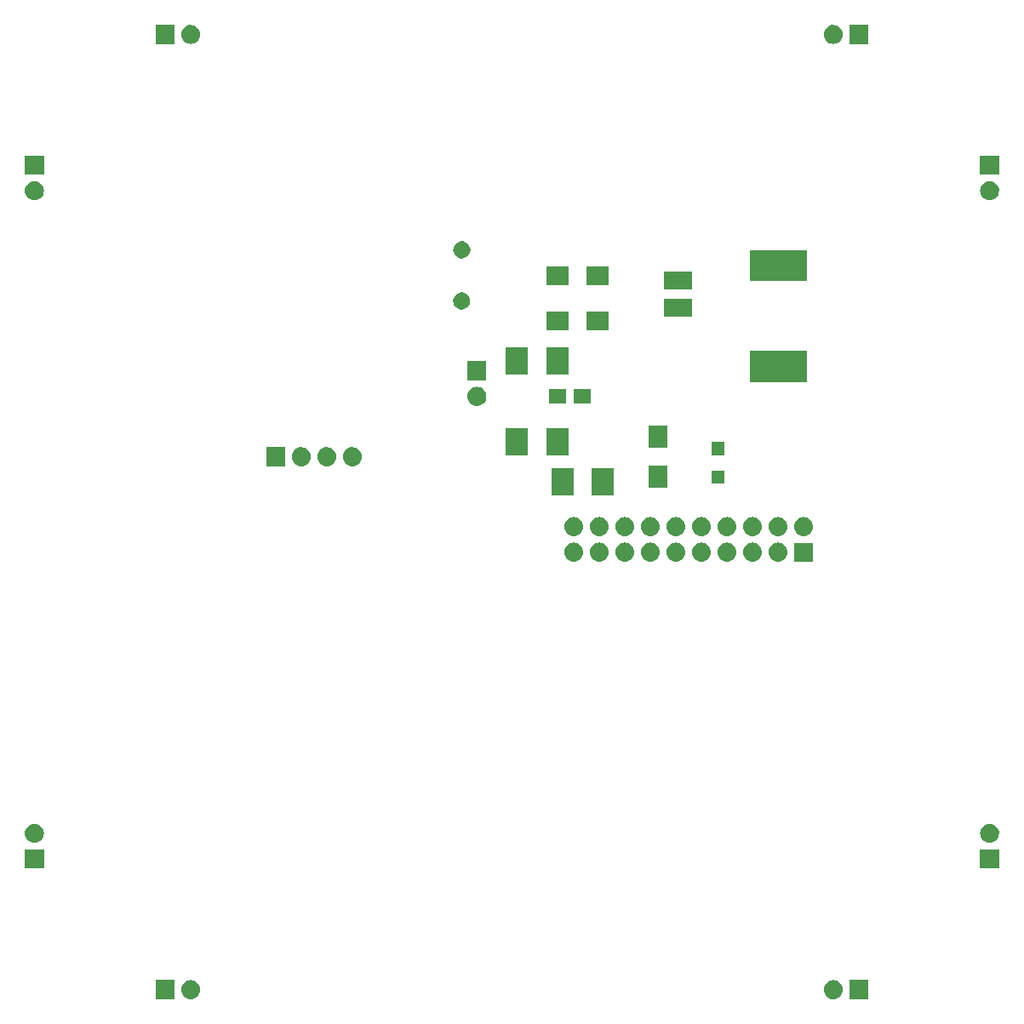
<source format=gbr>
G04 #@! TF.FileFunction,Soldermask,Bot*
%FSLAX45Y45*%
G04 Gerber Fmt 4.5, Leading zero omitted, Abs format (unit mm)*
G04 Created by KiCad (PCBNEW 4.0.1-stable) date 2017/05/05 18:15:20*
%MOMM*%
G01*
G04 APERTURE LIST*
%ADD10C,0.100000*%
G04 APERTURE END LIST*
D10*
G36*
X2795000Y-10995000D02*
X2605000Y-10995000D01*
X2605000Y-10805000D01*
X2795000Y-10805000D01*
X2795000Y-10995000D01*
X2795000Y-10995000D01*
G37*
G36*
X9347584Y-10805008D02*
X9347585Y-10805008D01*
X9347786Y-10805009D01*
X9366211Y-10807076D01*
X9383884Y-10812682D01*
X9400132Y-10821614D01*
X9414335Y-10833532D01*
X9425952Y-10847982D01*
X9434542Y-10864412D01*
X9439777Y-10882199D01*
X9439777Y-10882202D01*
X9439778Y-10882204D01*
X9441458Y-10900663D01*
X9439520Y-10919098D01*
X9439520Y-10919099D01*
X9439519Y-10919102D01*
X9434037Y-10936814D01*
X9425218Y-10953123D01*
X9413400Y-10967409D01*
X9399032Y-10979128D01*
X9382661Y-10987832D01*
X9364912Y-10993191D01*
X9346460Y-10995000D01*
X9345536Y-10995000D01*
X9344416Y-10994992D01*
X9344415Y-10994992D01*
X9344214Y-10994991D01*
X9325789Y-10992924D01*
X9308116Y-10987318D01*
X9291868Y-10978386D01*
X9277665Y-10966468D01*
X9266048Y-10952019D01*
X9257458Y-10935588D01*
X9252223Y-10917801D01*
X9252223Y-10917798D01*
X9252222Y-10917797D01*
X9250542Y-10899337D01*
X9252480Y-10880902D01*
X9252480Y-10880901D01*
X9252481Y-10880898D01*
X9257963Y-10863186D01*
X9266782Y-10846877D01*
X9278600Y-10832591D01*
X9292968Y-10820873D01*
X9309339Y-10812168D01*
X9327088Y-10806809D01*
X9345540Y-10805000D01*
X9346464Y-10805000D01*
X9347584Y-10805008D01*
X9347584Y-10805008D01*
G37*
G36*
X9695000Y-10995000D02*
X9505000Y-10995000D01*
X9505000Y-10805000D01*
X9695000Y-10805000D01*
X9695000Y-10995000D01*
X9695000Y-10995000D01*
G37*
G36*
X2955584Y-10805008D02*
X2955585Y-10805008D01*
X2955786Y-10805009D01*
X2974211Y-10807076D01*
X2991884Y-10812682D01*
X3008132Y-10821614D01*
X3022335Y-10833532D01*
X3033952Y-10847982D01*
X3042542Y-10864412D01*
X3047777Y-10882199D01*
X3047777Y-10882202D01*
X3047778Y-10882204D01*
X3049458Y-10900663D01*
X3047520Y-10919098D01*
X3047520Y-10919099D01*
X3047519Y-10919102D01*
X3042037Y-10936814D01*
X3033218Y-10953123D01*
X3021400Y-10967409D01*
X3007032Y-10979128D01*
X2990661Y-10987832D01*
X2972912Y-10993191D01*
X2954460Y-10995000D01*
X2953536Y-10995000D01*
X2952416Y-10994992D01*
X2952415Y-10994992D01*
X2952214Y-10994991D01*
X2933789Y-10992924D01*
X2916116Y-10987318D01*
X2899868Y-10978386D01*
X2885665Y-10966468D01*
X2874048Y-10952019D01*
X2865458Y-10935588D01*
X2860223Y-10917801D01*
X2860223Y-10917798D01*
X2860222Y-10917797D01*
X2858542Y-10899337D01*
X2860480Y-10880902D01*
X2860480Y-10880901D01*
X2860481Y-10880898D01*
X2865963Y-10863186D01*
X2874782Y-10846877D01*
X2886600Y-10832591D01*
X2900968Y-10820873D01*
X2917339Y-10812168D01*
X2935088Y-10806809D01*
X2953540Y-10805000D01*
X2954464Y-10805000D01*
X2955584Y-10805008D01*
X2955584Y-10805008D01*
G37*
G36*
X1495000Y-9695000D02*
X1305000Y-9695000D01*
X1305000Y-9505000D01*
X1495000Y-9505000D01*
X1495000Y-9695000D01*
X1495000Y-9695000D01*
G37*
G36*
X10995000Y-9695000D02*
X10805000Y-9695000D01*
X10805000Y-9505000D01*
X10995000Y-9505000D01*
X10995000Y-9695000D01*
X10995000Y-9695000D01*
G37*
G36*
X10919098Y-9252480D02*
X10919099Y-9252480D01*
X10919102Y-9252481D01*
X10936814Y-9257963D01*
X10953123Y-9266782D01*
X10967409Y-9278600D01*
X10979128Y-9292968D01*
X10987832Y-9309339D01*
X10993191Y-9327088D01*
X10995000Y-9345540D01*
X10995000Y-9346464D01*
X10994992Y-9347584D01*
X10994992Y-9347585D01*
X10994991Y-9347786D01*
X10992924Y-9366211D01*
X10987318Y-9383884D01*
X10978386Y-9400132D01*
X10966468Y-9414335D01*
X10952019Y-9425952D01*
X10935588Y-9434542D01*
X10917801Y-9439777D01*
X10917798Y-9439777D01*
X10917797Y-9439778D01*
X10899337Y-9441458D01*
X10880902Y-9439520D01*
X10880901Y-9439520D01*
X10880898Y-9439519D01*
X10863186Y-9434037D01*
X10846877Y-9425218D01*
X10832591Y-9413400D01*
X10820873Y-9399032D01*
X10812168Y-9382661D01*
X10806809Y-9364912D01*
X10805000Y-9346460D01*
X10805000Y-9345536D01*
X10805008Y-9344416D01*
X10805008Y-9344415D01*
X10805009Y-9344214D01*
X10807076Y-9325789D01*
X10812682Y-9308116D01*
X10821614Y-9291868D01*
X10833532Y-9277665D01*
X10847982Y-9266048D01*
X10864412Y-9257458D01*
X10882199Y-9252223D01*
X10882202Y-9252223D01*
X10882204Y-9252222D01*
X10900663Y-9250542D01*
X10919098Y-9252480D01*
X10919098Y-9252480D01*
G37*
G36*
X1419098Y-9252480D02*
X1419099Y-9252480D01*
X1419102Y-9252481D01*
X1436814Y-9257963D01*
X1453123Y-9266782D01*
X1467409Y-9278600D01*
X1479127Y-9292968D01*
X1487832Y-9309339D01*
X1493191Y-9327088D01*
X1495000Y-9345540D01*
X1495000Y-9346464D01*
X1494992Y-9347584D01*
X1494992Y-9347585D01*
X1494991Y-9347786D01*
X1492924Y-9366211D01*
X1487318Y-9383884D01*
X1478386Y-9400132D01*
X1466468Y-9414335D01*
X1452018Y-9425952D01*
X1435588Y-9434542D01*
X1417801Y-9439777D01*
X1417798Y-9439777D01*
X1417796Y-9439778D01*
X1399337Y-9441458D01*
X1380902Y-9439520D01*
X1380901Y-9439520D01*
X1380898Y-9439519D01*
X1363186Y-9434037D01*
X1346877Y-9425218D01*
X1332591Y-9413400D01*
X1320873Y-9399032D01*
X1312168Y-9382661D01*
X1306809Y-9364912D01*
X1305000Y-9346460D01*
X1305000Y-9345536D01*
X1305008Y-9344416D01*
X1305008Y-9344415D01*
X1305009Y-9344214D01*
X1307076Y-9325789D01*
X1312682Y-9308116D01*
X1321614Y-9291868D01*
X1333532Y-9277665D01*
X1347982Y-9266048D01*
X1364412Y-9257458D01*
X1382199Y-9252223D01*
X1382202Y-9252223D01*
X1382204Y-9252222D01*
X1400663Y-9250542D01*
X1419098Y-9252480D01*
X1419098Y-9252480D01*
G37*
G36*
X8307098Y-6456480D02*
X8307099Y-6456480D01*
X8307102Y-6456481D01*
X8324814Y-6461963D01*
X8341123Y-6470782D01*
X8355409Y-6482600D01*
X8367127Y-6496968D01*
X8375832Y-6513339D01*
X8381191Y-6531088D01*
X8383000Y-6549540D01*
X8383000Y-6550464D01*
X8382992Y-6551584D01*
X8382992Y-6551585D01*
X8382991Y-6551786D01*
X8380924Y-6570211D01*
X8375318Y-6587884D01*
X8366386Y-6604132D01*
X8354468Y-6618335D01*
X8340018Y-6629952D01*
X8323588Y-6638542D01*
X8305801Y-6643777D01*
X8305798Y-6643777D01*
X8305796Y-6643778D01*
X8287337Y-6645458D01*
X8268902Y-6643520D01*
X8268901Y-6643520D01*
X8268898Y-6643519D01*
X8251186Y-6638037D01*
X8234877Y-6629218D01*
X8220591Y-6617400D01*
X8208872Y-6603032D01*
X8200168Y-6586661D01*
X8194809Y-6568912D01*
X8193000Y-6550460D01*
X8193000Y-6549536D01*
X8193008Y-6548416D01*
X8193008Y-6548415D01*
X8193009Y-6548214D01*
X8195076Y-6529789D01*
X8200682Y-6512116D01*
X8209614Y-6495868D01*
X8221532Y-6481665D01*
X8235981Y-6470048D01*
X8252412Y-6461458D01*
X8270199Y-6456223D01*
X8270202Y-6456223D01*
X8270203Y-6456222D01*
X8288663Y-6454542D01*
X8307098Y-6456480D01*
X8307098Y-6456480D01*
G37*
G36*
X6783098Y-6456480D02*
X6783099Y-6456480D01*
X6783102Y-6456481D01*
X6800814Y-6461963D01*
X6817123Y-6470782D01*
X6831409Y-6482600D01*
X6843127Y-6496968D01*
X6851832Y-6513339D01*
X6857191Y-6531088D01*
X6859000Y-6549540D01*
X6859000Y-6550464D01*
X6858992Y-6551584D01*
X6858992Y-6551585D01*
X6858991Y-6551786D01*
X6856924Y-6570211D01*
X6851318Y-6587884D01*
X6842386Y-6604132D01*
X6830468Y-6618335D01*
X6816018Y-6629952D01*
X6799588Y-6638542D01*
X6781801Y-6643777D01*
X6781798Y-6643777D01*
X6781796Y-6643778D01*
X6763337Y-6645458D01*
X6744902Y-6643520D01*
X6744901Y-6643520D01*
X6744898Y-6643519D01*
X6727186Y-6638037D01*
X6710877Y-6629218D01*
X6696591Y-6617400D01*
X6684872Y-6603032D01*
X6676168Y-6586661D01*
X6670809Y-6568912D01*
X6669000Y-6550460D01*
X6669000Y-6549536D01*
X6669008Y-6548416D01*
X6669008Y-6548415D01*
X6669009Y-6548214D01*
X6671076Y-6529789D01*
X6676682Y-6512116D01*
X6685614Y-6495868D01*
X6697532Y-6481665D01*
X6711981Y-6470048D01*
X6728412Y-6461458D01*
X6746199Y-6456223D01*
X6746202Y-6456223D01*
X6746203Y-6456222D01*
X6764663Y-6454542D01*
X6783098Y-6456480D01*
X6783098Y-6456480D01*
G37*
G36*
X7037098Y-6456480D02*
X7037099Y-6456480D01*
X7037102Y-6456481D01*
X7054814Y-6461963D01*
X7071123Y-6470782D01*
X7085409Y-6482600D01*
X7097127Y-6496968D01*
X7105832Y-6513339D01*
X7111191Y-6531088D01*
X7113000Y-6549540D01*
X7113000Y-6550464D01*
X7112992Y-6551584D01*
X7112992Y-6551585D01*
X7112991Y-6551786D01*
X7110924Y-6570211D01*
X7105318Y-6587884D01*
X7096386Y-6604132D01*
X7084468Y-6618335D01*
X7070018Y-6629952D01*
X7053588Y-6638542D01*
X7035801Y-6643777D01*
X7035798Y-6643777D01*
X7035796Y-6643778D01*
X7017337Y-6645458D01*
X6998902Y-6643520D01*
X6998901Y-6643520D01*
X6998898Y-6643519D01*
X6981186Y-6638037D01*
X6964877Y-6629218D01*
X6950591Y-6617400D01*
X6938872Y-6603032D01*
X6930168Y-6586661D01*
X6924809Y-6568912D01*
X6923000Y-6550460D01*
X6923000Y-6549536D01*
X6923008Y-6548416D01*
X6923008Y-6548415D01*
X6923009Y-6548214D01*
X6925076Y-6529789D01*
X6930682Y-6512116D01*
X6939614Y-6495868D01*
X6951532Y-6481665D01*
X6965981Y-6470048D01*
X6982412Y-6461458D01*
X7000199Y-6456223D01*
X7000202Y-6456223D01*
X7000203Y-6456222D01*
X7018663Y-6454542D01*
X7037098Y-6456480D01*
X7037098Y-6456480D01*
G37*
G36*
X7291098Y-6456480D02*
X7291099Y-6456480D01*
X7291102Y-6456481D01*
X7308814Y-6461963D01*
X7325123Y-6470782D01*
X7339409Y-6482600D01*
X7351127Y-6496968D01*
X7359832Y-6513339D01*
X7365191Y-6531088D01*
X7367000Y-6549540D01*
X7367000Y-6550464D01*
X7366992Y-6551584D01*
X7366992Y-6551585D01*
X7366991Y-6551786D01*
X7364924Y-6570211D01*
X7359318Y-6587884D01*
X7350386Y-6604132D01*
X7338468Y-6618335D01*
X7324018Y-6629952D01*
X7307588Y-6638542D01*
X7289801Y-6643777D01*
X7289798Y-6643777D01*
X7289796Y-6643778D01*
X7271337Y-6645458D01*
X7252902Y-6643520D01*
X7252901Y-6643520D01*
X7252898Y-6643519D01*
X7235186Y-6638037D01*
X7218877Y-6629218D01*
X7204591Y-6617400D01*
X7192872Y-6603032D01*
X7184168Y-6586661D01*
X7178809Y-6568912D01*
X7177000Y-6550460D01*
X7177000Y-6549536D01*
X7177008Y-6548416D01*
X7177008Y-6548415D01*
X7177009Y-6548214D01*
X7179076Y-6529789D01*
X7184682Y-6512116D01*
X7193614Y-6495868D01*
X7205532Y-6481665D01*
X7219981Y-6470048D01*
X7236412Y-6461458D01*
X7254199Y-6456223D01*
X7254202Y-6456223D01*
X7254203Y-6456222D01*
X7272663Y-6454542D01*
X7291098Y-6456480D01*
X7291098Y-6456480D01*
G37*
G36*
X7545098Y-6456480D02*
X7545099Y-6456480D01*
X7545102Y-6456481D01*
X7562814Y-6461963D01*
X7579123Y-6470782D01*
X7593409Y-6482600D01*
X7605127Y-6496968D01*
X7613832Y-6513339D01*
X7619191Y-6531088D01*
X7621000Y-6549540D01*
X7621000Y-6550464D01*
X7620992Y-6551584D01*
X7620992Y-6551585D01*
X7620991Y-6551786D01*
X7618924Y-6570211D01*
X7613318Y-6587884D01*
X7604386Y-6604132D01*
X7592468Y-6618335D01*
X7578018Y-6629952D01*
X7561588Y-6638542D01*
X7543801Y-6643777D01*
X7543798Y-6643777D01*
X7543796Y-6643778D01*
X7525337Y-6645458D01*
X7506902Y-6643520D01*
X7506901Y-6643520D01*
X7506898Y-6643519D01*
X7489186Y-6638037D01*
X7472877Y-6629218D01*
X7458591Y-6617400D01*
X7446872Y-6603032D01*
X7438168Y-6586661D01*
X7432809Y-6568912D01*
X7431000Y-6550460D01*
X7431000Y-6549536D01*
X7431008Y-6548416D01*
X7431008Y-6548415D01*
X7431009Y-6548214D01*
X7433076Y-6529789D01*
X7438682Y-6512116D01*
X7447614Y-6495868D01*
X7459532Y-6481665D01*
X7473981Y-6470048D01*
X7490412Y-6461458D01*
X7508199Y-6456223D01*
X7508202Y-6456223D01*
X7508203Y-6456222D01*
X7526663Y-6454542D01*
X7545098Y-6456480D01*
X7545098Y-6456480D01*
G37*
G36*
X7799098Y-6456480D02*
X7799099Y-6456480D01*
X7799102Y-6456481D01*
X7816814Y-6461963D01*
X7833123Y-6470782D01*
X7847409Y-6482600D01*
X7859127Y-6496968D01*
X7867832Y-6513339D01*
X7873191Y-6531088D01*
X7875000Y-6549540D01*
X7875000Y-6550464D01*
X7874992Y-6551584D01*
X7874992Y-6551585D01*
X7874991Y-6551786D01*
X7872924Y-6570211D01*
X7867318Y-6587884D01*
X7858386Y-6604132D01*
X7846468Y-6618335D01*
X7832018Y-6629952D01*
X7815588Y-6638542D01*
X7797801Y-6643777D01*
X7797798Y-6643777D01*
X7797796Y-6643778D01*
X7779337Y-6645458D01*
X7760902Y-6643520D01*
X7760901Y-6643520D01*
X7760898Y-6643519D01*
X7743186Y-6638037D01*
X7726877Y-6629218D01*
X7712591Y-6617400D01*
X7700872Y-6603032D01*
X7692168Y-6586661D01*
X7686809Y-6568912D01*
X7685000Y-6550460D01*
X7685000Y-6549536D01*
X7685008Y-6548416D01*
X7685008Y-6548415D01*
X7685009Y-6548214D01*
X7687076Y-6529789D01*
X7692682Y-6512116D01*
X7701614Y-6495868D01*
X7713532Y-6481665D01*
X7727981Y-6470048D01*
X7744412Y-6461458D01*
X7762199Y-6456223D01*
X7762202Y-6456223D01*
X7762203Y-6456222D01*
X7780663Y-6454542D01*
X7799098Y-6456480D01*
X7799098Y-6456480D01*
G37*
G36*
X8053098Y-6456480D02*
X8053099Y-6456480D01*
X8053102Y-6456481D01*
X8070814Y-6461963D01*
X8087123Y-6470782D01*
X8101409Y-6482600D01*
X8113127Y-6496968D01*
X8121832Y-6513339D01*
X8127191Y-6531088D01*
X8129000Y-6549540D01*
X8129000Y-6550464D01*
X8128992Y-6551584D01*
X8128992Y-6551585D01*
X8128991Y-6551786D01*
X8126924Y-6570211D01*
X8121318Y-6587884D01*
X8112386Y-6604132D01*
X8100468Y-6618335D01*
X8086018Y-6629952D01*
X8069588Y-6638542D01*
X8051801Y-6643777D01*
X8051798Y-6643777D01*
X8051796Y-6643778D01*
X8033337Y-6645458D01*
X8014902Y-6643520D01*
X8014901Y-6643520D01*
X8014898Y-6643519D01*
X7997186Y-6638037D01*
X7980877Y-6629218D01*
X7966591Y-6617400D01*
X7954872Y-6603032D01*
X7946168Y-6586661D01*
X7940809Y-6568912D01*
X7939000Y-6550460D01*
X7939000Y-6549536D01*
X7939008Y-6548416D01*
X7939008Y-6548415D01*
X7939009Y-6548214D01*
X7941076Y-6529789D01*
X7946682Y-6512116D01*
X7955614Y-6495868D01*
X7967532Y-6481665D01*
X7981981Y-6470048D01*
X7998412Y-6461458D01*
X8016199Y-6456223D01*
X8016202Y-6456223D01*
X8016203Y-6456222D01*
X8034663Y-6454542D01*
X8053098Y-6456480D01*
X8053098Y-6456480D01*
G37*
G36*
X8561098Y-6456480D02*
X8561099Y-6456480D01*
X8561102Y-6456481D01*
X8578814Y-6461963D01*
X8595123Y-6470782D01*
X8609409Y-6482600D01*
X8621128Y-6496968D01*
X8629832Y-6513339D01*
X8635191Y-6531088D01*
X8637000Y-6549540D01*
X8637000Y-6550464D01*
X8636992Y-6551584D01*
X8636992Y-6551585D01*
X8636991Y-6551786D01*
X8634924Y-6570211D01*
X8629318Y-6587884D01*
X8620386Y-6604132D01*
X8608468Y-6618335D01*
X8594019Y-6629952D01*
X8577588Y-6638542D01*
X8559801Y-6643777D01*
X8559798Y-6643777D01*
X8559797Y-6643778D01*
X8541337Y-6645458D01*
X8522902Y-6643520D01*
X8522901Y-6643520D01*
X8522898Y-6643519D01*
X8505186Y-6638037D01*
X8488877Y-6629218D01*
X8474591Y-6617400D01*
X8462873Y-6603032D01*
X8454168Y-6586661D01*
X8448809Y-6568912D01*
X8447000Y-6550460D01*
X8447000Y-6549536D01*
X8447008Y-6548416D01*
X8447008Y-6548415D01*
X8447009Y-6548214D01*
X8449076Y-6529789D01*
X8454682Y-6512116D01*
X8463614Y-6495868D01*
X8475532Y-6481665D01*
X8489982Y-6470048D01*
X8506412Y-6461458D01*
X8524199Y-6456223D01*
X8524202Y-6456223D01*
X8524204Y-6456222D01*
X8542663Y-6454542D01*
X8561098Y-6456480D01*
X8561098Y-6456480D01*
G37*
G36*
X8815098Y-6456480D02*
X8815099Y-6456480D01*
X8815102Y-6456481D01*
X8832814Y-6461963D01*
X8849123Y-6470782D01*
X8863409Y-6482600D01*
X8875128Y-6496968D01*
X8883832Y-6513339D01*
X8889191Y-6531088D01*
X8891000Y-6549540D01*
X8891000Y-6550464D01*
X8890992Y-6551584D01*
X8890992Y-6551585D01*
X8890991Y-6551786D01*
X8888924Y-6570211D01*
X8883318Y-6587884D01*
X8874386Y-6604132D01*
X8862468Y-6618335D01*
X8848019Y-6629952D01*
X8831588Y-6638542D01*
X8813801Y-6643777D01*
X8813798Y-6643777D01*
X8813797Y-6643778D01*
X8795337Y-6645458D01*
X8776902Y-6643520D01*
X8776901Y-6643520D01*
X8776898Y-6643519D01*
X8759186Y-6638037D01*
X8742877Y-6629218D01*
X8728591Y-6617400D01*
X8716873Y-6603032D01*
X8708168Y-6586661D01*
X8702809Y-6568912D01*
X8701000Y-6550460D01*
X8701000Y-6549536D01*
X8701008Y-6548416D01*
X8701008Y-6548415D01*
X8701009Y-6548214D01*
X8703076Y-6529789D01*
X8708682Y-6512116D01*
X8717614Y-6495868D01*
X8729532Y-6481665D01*
X8743982Y-6470048D01*
X8760412Y-6461458D01*
X8778199Y-6456223D01*
X8778202Y-6456223D01*
X8778204Y-6456222D01*
X8796663Y-6454542D01*
X8815098Y-6456480D01*
X8815098Y-6456480D01*
G37*
G36*
X9145000Y-6645000D02*
X8955000Y-6645000D01*
X8955000Y-6455000D01*
X9145000Y-6455000D01*
X9145000Y-6645000D01*
X9145000Y-6645000D01*
G37*
G36*
X8053098Y-6202480D02*
X8053099Y-6202480D01*
X8053102Y-6202481D01*
X8070814Y-6207963D01*
X8087123Y-6216782D01*
X8101409Y-6228600D01*
X8113127Y-6242968D01*
X8121832Y-6259339D01*
X8127191Y-6277088D01*
X8129000Y-6295540D01*
X8129000Y-6296464D01*
X8128992Y-6297584D01*
X8128992Y-6297585D01*
X8128991Y-6297786D01*
X8126924Y-6316211D01*
X8121318Y-6333884D01*
X8112386Y-6350132D01*
X8100468Y-6364335D01*
X8086018Y-6375952D01*
X8069588Y-6384542D01*
X8051801Y-6389777D01*
X8051798Y-6389777D01*
X8051796Y-6389778D01*
X8033337Y-6391458D01*
X8014902Y-6389520D01*
X8014901Y-6389520D01*
X8014898Y-6389519D01*
X7997186Y-6384037D01*
X7980877Y-6375218D01*
X7966591Y-6363400D01*
X7954872Y-6349032D01*
X7946168Y-6332661D01*
X7940809Y-6314912D01*
X7939000Y-6296460D01*
X7939000Y-6295536D01*
X7939008Y-6294416D01*
X7939008Y-6294415D01*
X7939009Y-6294214D01*
X7941076Y-6275789D01*
X7946682Y-6258116D01*
X7955614Y-6241868D01*
X7967532Y-6227665D01*
X7981981Y-6216048D01*
X7998412Y-6207458D01*
X8016199Y-6202223D01*
X8016202Y-6202223D01*
X8016203Y-6202222D01*
X8034663Y-6200542D01*
X8053098Y-6202480D01*
X8053098Y-6202480D01*
G37*
G36*
X8307098Y-6202480D02*
X8307099Y-6202480D01*
X8307102Y-6202481D01*
X8324814Y-6207963D01*
X8341123Y-6216782D01*
X8355409Y-6228600D01*
X8367127Y-6242968D01*
X8375832Y-6259339D01*
X8381191Y-6277088D01*
X8383000Y-6295540D01*
X8383000Y-6296464D01*
X8382992Y-6297584D01*
X8382992Y-6297585D01*
X8382991Y-6297786D01*
X8380924Y-6316211D01*
X8375318Y-6333884D01*
X8366386Y-6350132D01*
X8354468Y-6364335D01*
X8340018Y-6375952D01*
X8323588Y-6384542D01*
X8305801Y-6389777D01*
X8305798Y-6389777D01*
X8305796Y-6389778D01*
X8287337Y-6391458D01*
X8268902Y-6389520D01*
X8268901Y-6389520D01*
X8268898Y-6389519D01*
X8251186Y-6384037D01*
X8234877Y-6375218D01*
X8220591Y-6363400D01*
X8208872Y-6349032D01*
X8200168Y-6332661D01*
X8194809Y-6314912D01*
X8193000Y-6296460D01*
X8193000Y-6295536D01*
X8193008Y-6294416D01*
X8193008Y-6294415D01*
X8193009Y-6294214D01*
X8195076Y-6275789D01*
X8200682Y-6258116D01*
X8209614Y-6241868D01*
X8221532Y-6227665D01*
X8235981Y-6216048D01*
X8252412Y-6207458D01*
X8270199Y-6202223D01*
X8270202Y-6202223D01*
X8270203Y-6202222D01*
X8288663Y-6200542D01*
X8307098Y-6202480D01*
X8307098Y-6202480D01*
G37*
G36*
X8561098Y-6202480D02*
X8561099Y-6202480D01*
X8561102Y-6202481D01*
X8578814Y-6207963D01*
X8595123Y-6216782D01*
X8609409Y-6228600D01*
X8621128Y-6242968D01*
X8629832Y-6259339D01*
X8635191Y-6277088D01*
X8637000Y-6295540D01*
X8637000Y-6296464D01*
X8636992Y-6297584D01*
X8636992Y-6297585D01*
X8636991Y-6297786D01*
X8634924Y-6316211D01*
X8629318Y-6333884D01*
X8620386Y-6350132D01*
X8608468Y-6364335D01*
X8594019Y-6375952D01*
X8577588Y-6384542D01*
X8559801Y-6389777D01*
X8559798Y-6389777D01*
X8559797Y-6389778D01*
X8541337Y-6391458D01*
X8522902Y-6389520D01*
X8522901Y-6389520D01*
X8522898Y-6389519D01*
X8505186Y-6384037D01*
X8488877Y-6375218D01*
X8474591Y-6363400D01*
X8462873Y-6349032D01*
X8454168Y-6332661D01*
X8448809Y-6314912D01*
X8447000Y-6296460D01*
X8447000Y-6295536D01*
X8447008Y-6294416D01*
X8447008Y-6294415D01*
X8447009Y-6294214D01*
X8449076Y-6275789D01*
X8454682Y-6258116D01*
X8463614Y-6241868D01*
X8475532Y-6227665D01*
X8489982Y-6216048D01*
X8506412Y-6207458D01*
X8524199Y-6202223D01*
X8524202Y-6202223D01*
X8524204Y-6202222D01*
X8542663Y-6200542D01*
X8561098Y-6202480D01*
X8561098Y-6202480D01*
G37*
G36*
X6783098Y-6202480D02*
X6783099Y-6202480D01*
X6783102Y-6202481D01*
X6800814Y-6207963D01*
X6817123Y-6216782D01*
X6831409Y-6228600D01*
X6843127Y-6242968D01*
X6851832Y-6259339D01*
X6857191Y-6277088D01*
X6859000Y-6295540D01*
X6859000Y-6296464D01*
X6858992Y-6297584D01*
X6858992Y-6297585D01*
X6858991Y-6297786D01*
X6856924Y-6316211D01*
X6851318Y-6333884D01*
X6842386Y-6350132D01*
X6830468Y-6364335D01*
X6816018Y-6375952D01*
X6799588Y-6384542D01*
X6781801Y-6389777D01*
X6781798Y-6389777D01*
X6781796Y-6389778D01*
X6763337Y-6391458D01*
X6744902Y-6389520D01*
X6744901Y-6389520D01*
X6744898Y-6389519D01*
X6727186Y-6384037D01*
X6710877Y-6375218D01*
X6696591Y-6363400D01*
X6684872Y-6349032D01*
X6676168Y-6332661D01*
X6670809Y-6314912D01*
X6669000Y-6296460D01*
X6669000Y-6295536D01*
X6669008Y-6294416D01*
X6669008Y-6294415D01*
X6669009Y-6294214D01*
X6671076Y-6275789D01*
X6676682Y-6258116D01*
X6685614Y-6241868D01*
X6697532Y-6227665D01*
X6711981Y-6216048D01*
X6728412Y-6207458D01*
X6746199Y-6202223D01*
X6746202Y-6202223D01*
X6746203Y-6202222D01*
X6764663Y-6200542D01*
X6783098Y-6202480D01*
X6783098Y-6202480D01*
G37*
G36*
X7037098Y-6202480D02*
X7037099Y-6202480D01*
X7037102Y-6202481D01*
X7054814Y-6207963D01*
X7071123Y-6216782D01*
X7085409Y-6228600D01*
X7097127Y-6242968D01*
X7105832Y-6259339D01*
X7111191Y-6277088D01*
X7113000Y-6295540D01*
X7113000Y-6296464D01*
X7112992Y-6297584D01*
X7112992Y-6297585D01*
X7112991Y-6297786D01*
X7110924Y-6316211D01*
X7105318Y-6333884D01*
X7096386Y-6350132D01*
X7084468Y-6364335D01*
X7070018Y-6375952D01*
X7053588Y-6384542D01*
X7035801Y-6389777D01*
X7035798Y-6389777D01*
X7035796Y-6389778D01*
X7017337Y-6391458D01*
X6998902Y-6389520D01*
X6998901Y-6389520D01*
X6998898Y-6389519D01*
X6981186Y-6384037D01*
X6964877Y-6375218D01*
X6950591Y-6363400D01*
X6938872Y-6349032D01*
X6930168Y-6332661D01*
X6924809Y-6314912D01*
X6923000Y-6296460D01*
X6923000Y-6295536D01*
X6923008Y-6294416D01*
X6923008Y-6294415D01*
X6923009Y-6294214D01*
X6925076Y-6275789D01*
X6930682Y-6258116D01*
X6939614Y-6241868D01*
X6951532Y-6227665D01*
X6965981Y-6216048D01*
X6982412Y-6207458D01*
X7000199Y-6202223D01*
X7000202Y-6202223D01*
X7000203Y-6202222D01*
X7018663Y-6200542D01*
X7037098Y-6202480D01*
X7037098Y-6202480D01*
G37*
G36*
X7291098Y-6202480D02*
X7291099Y-6202480D01*
X7291102Y-6202481D01*
X7308814Y-6207963D01*
X7325123Y-6216782D01*
X7339409Y-6228600D01*
X7351127Y-6242968D01*
X7359832Y-6259339D01*
X7365191Y-6277088D01*
X7367000Y-6295540D01*
X7367000Y-6296464D01*
X7366992Y-6297584D01*
X7366992Y-6297585D01*
X7366991Y-6297786D01*
X7364924Y-6316211D01*
X7359318Y-6333884D01*
X7350386Y-6350132D01*
X7338468Y-6364335D01*
X7324018Y-6375952D01*
X7307588Y-6384542D01*
X7289801Y-6389777D01*
X7289798Y-6389777D01*
X7289796Y-6389778D01*
X7271337Y-6391458D01*
X7252902Y-6389520D01*
X7252901Y-6389520D01*
X7252898Y-6389519D01*
X7235186Y-6384037D01*
X7218877Y-6375218D01*
X7204591Y-6363400D01*
X7192872Y-6349032D01*
X7184168Y-6332661D01*
X7178809Y-6314912D01*
X7177000Y-6296460D01*
X7177000Y-6295536D01*
X7177008Y-6294416D01*
X7177008Y-6294415D01*
X7177009Y-6294214D01*
X7179076Y-6275789D01*
X7184682Y-6258116D01*
X7193614Y-6241868D01*
X7205532Y-6227665D01*
X7219981Y-6216048D01*
X7236412Y-6207458D01*
X7254199Y-6202223D01*
X7254202Y-6202223D01*
X7254203Y-6202222D01*
X7272663Y-6200542D01*
X7291098Y-6202480D01*
X7291098Y-6202480D01*
G37*
G36*
X8815098Y-6202480D02*
X8815099Y-6202480D01*
X8815102Y-6202481D01*
X8832814Y-6207963D01*
X8849123Y-6216782D01*
X8863409Y-6228600D01*
X8875128Y-6242968D01*
X8883832Y-6259339D01*
X8889191Y-6277088D01*
X8891000Y-6295540D01*
X8891000Y-6296464D01*
X8890992Y-6297584D01*
X8890992Y-6297585D01*
X8890991Y-6297786D01*
X8888924Y-6316211D01*
X8883318Y-6333884D01*
X8874386Y-6350132D01*
X8862468Y-6364335D01*
X8848019Y-6375952D01*
X8831588Y-6384542D01*
X8813801Y-6389777D01*
X8813798Y-6389777D01*
X8813797Y-6389778D01*
X8795337Y-6391458D01*
X8776902Y-6389520D01*
X8776901Y-6389520D01*
X8776898Y-6389519D01*
X8759186Y-6384037D01*
X8742877Y-6375218D01*
X8728591Y-6363400D01*
X8716873Y-6349032D01*
X8708168Y-6332661D01*
X8702809Y-6314912D01*
X8701000Y-6296460D01*
X8701000Y-6295536D01*
X8701008Y-6294416D01*
X8701008Y-6294415D01*
X8701009Y-6294214D01*
X8703076Y-6275789D01*
X8708682Y-6258116D01*
X8717614Y-6241868D01*
X8729532Y-6227665D01*
X8743982Y-6216048D01*
X8760412Y-6207458D01*
X8778199Y-6202223D01*
X8778202Y-6202223D01*
X8778204Y-6202222D01*
X8796663Y-6200542D01*
X8815098Y-6202480D01*
X8815098Y-6202480D01*
G37*
G36*
X9069098Y-6202480D02*
X9069099Y-6202480D01*
X9069102Y-6202481D01*
X9086814Y-6207963D01*
X9103123Y-6216782D01*
X9117409Y-6228600D01*
X9129128Y-6242968D01*
X9137832Y-6259339D01*
X9143191Y-6277088D01*
X9145000Y-6295540D01*
X9145000Y-6296464D01*
X9144992Y-6297584D01*
X9144992Y-6297585D01*
X9144991Y-6297786D01*
X9142924Y-6316211D01*
X9137318Y-6333884D01*
X9128386Y-6350132D01*
X9116468Y-6364335D01*
X9102019Y-6375952D01*
X9085588Y-6384542D01*
X9067801Y-6389777D01*
X9067798Y-6389777D01*
X9067797Y-6389778D01*
X9049337Y-6391458D01*
X9030902Y-6389520D01*
X9030901Y-6389520D01*
X9030898Y-6389519D01*
X9013186Y-6384037D01*
X8996877Y-6375218D01*
X8982591Y-6363400D01*
X8970873Y-6349032D01*
X8962168Y-6332661D01*
X8956809Y-6314912D01*
X8955000Y-6296460D01*
X8955000Y-6295536D01*
X8955008Y-6294416D01*
X8955008Y-6294415D01*
X8955009Y-6294214D01*
X8957076Y-6275789D01*
X8962682Y-6258116D01*
X8971614Y-6241868D01*
X8983532Y-6227665D01*
X8997982Y-6216048D01*
X9014412Y-6207458D01*
X9032199Y-6202223D01*
X9032202Y-6202223D01*
X9032204Y-6202222D01*
X9050663Y-6200542D01*
X9069098Y-6202480D01*
X9069098Y-6202480D01*
G37*
G36*
X7545098Y-6202480D02*
X7545099Y-6202480D01*
X7545102Y-6202481D01*
X7562814Y-6207963D01*
X7579123Y-6216782D01*
X7593409Y-6228600D01*
X7605127Y-6242968D01*
X7613832Y-6259339D01*
X7619191Y-6277088D01*
X7621000Y-6295540D01*
X7621000Y-6296464D01*
X7620992Y-6297584D01*
X7620992Y-6297585D01*
X7620991Y-6297786D01*
X7618924Y-6316211D01*
X7613318Y-6333884D01*
X7604386Y-6350132D01*
X7592468Y-6364335D01*
X7578018Y-6375952D01*
X7561588Y-6384542D01*
X7543801Y-6389777D01*
X7543798Y-6389777D01*
X7543796Y-6389778D01*
X7525337Y-6391458D01*
X7506902Y-6389520D01*
X7506901Y-6389520D01*
X7506898Y-6389519D01*
X7489186Y-6384037D01*
X7472877Y-6375218D01*
X7458591Y-6363400D01*
X7446872Y-6349032D01*
X7438168Y-6332661D01*
X7432809Y-6314912D01*
X7431000Y-6296460D01*
X7431000Y-6295536D01*
X7431008Y-6294416D01*
X7431008Y-6294415D01*
X7431009Y-6294214D01*
X7433076Y-6275789D01*
X7438682Y-6258116D01*
X7447614Y-6241868D01*
X7459532Y-6227665D01*
X7473981Y-6216048D01*
X7490412Y-6207458D01*
X7508199Y-6202223D01*
X7508202Y-6202223D01*
X7508203Y-6202222D01*
X7526663Y-6200542D01*
X7545098Y-6202480D01*
X7545098Y-6202480D01*
G37*
G36*
X7799098Y-6202480D02*
X7799099Y-6202480D01*
X7799102Y-6202481D01*
X7816814Y-6207963D01*
X7833123Y-6216782D01*
X7847409Y-6228600D01*
X7859127Y-6242968D01*
X7867832Y-6259339D01*
X7873191Y-6277088D01*
X7875000Y-6295540D01*
X7875000Y-6296464D01*
X7874992Y-6297584D01*
X7874992Y-6297585D01*
X7874991Y-6297786D01*
X7872924Y-6316211D01*
X7867318Y-6333884D01*
X7858386Y-6350132D01*
X7846468Y-6364335D01*
X7832018Y-6375952D01*
X7815588Y-6384542D01*
X7797801Y-6389777D01*
X7797798Y-6389777D01*
X7797796Y-6389778D01*
X7779337Y-6391458D01*
X7760902Y-6389520D01*
X7760901Y-6389520D01*
X7760898Y-6389519D01*
X7743186Y-6384037D01*
X7726877Y-6375218D01*
X7712591Y-6363400D01*
X7700872Y-6349032D01*
X7692168Y-6332661D01*
X7686809Y-6314912D01*
X7685000Y-6296460D01*
X7685000Y-6295536D01*
X7685008Y-6294416D01*
X7685008Y-6294415D01*
X7685009Y-6294214D01*
X7687076Y-6275789D01*
X7692682Y-6258116D01*
X7701614Y-6241868D01*
X7713532Y-6227665D01*
X7727981Y-6216048D01*
X7744412Y-6207458D01*
X7762199Y-6202223D01*
X7762202Y-6202223D01*
X7762203Y-6202222D01*
X7780663Y-6200542D01*
X7799098Y-6202480D01*
X7799098Y-6202480D01*
G37*
G36*
X7160000Y-5985000D02*
X6940000Y-5985000D01*
X6940000Y-5715000D01*
X7160000Y-5715000D01*
X7160000Y-5985000D01*
X7160000Y-5985000D01*
G37*
G36*
X6760000Y-5985000D02*
X6540000Y-5985000D01*
X6540000Y-5715000D01*
X6760000Y-5715000D01*
X6760000Y-5985000D01*
X6760000Y-5985000D01*
G37*
G36*
X7695000Y-5910000D02*
X7505000Y-5910000D01*
X7505000Y-5690000D01*
X7695000Y-5690000D01*
X7695000Y-5910000D01*
X7695000Y-5910000D01*
G37*
G36*
X8265000Y-5865000D02*
X8135000Y-5865000D01*
X8135000Y-5735000D01*
X8265000Y-5735000D01*
X8265000Y-5865000D01*
X8265000Y-5865000D01*
G37*
G36*
X4073098Y-5506480D02*
X4073099Y-5506480D01*
X4073102Y-5506481D01*
X4090814Y-5511963D01*
X4107123Y-5520782D01*
X4121409Y-5532600D01*
X4133127Y-5546968D01*
X4141832Y-5563339D01*
X4147191Y-5581088D01*
X4149000Y-5599540D01*
X4149000Y-5600464D01*
X4148992Y-5601584D01*
X4148992Y-5601585D01*
X4148991Y-5601786D01*
X4146924Y-5620211D01*
X4141318Y-5637884D01*
X4132386Y-5654132D01*
X4120468Y-5668335D01*
X4106018Y-5679952D01*
X4089588Y-5688542D01*
X4071801Y-5693777D01*
X4071798Y-5693777D01*
X4071796Y-5693778D01*
X4053337Y-5695458D01*
X4034902Y-5693520D01*
X4034901Y-5693520D01*
X4034898Y-5693519D01*
X4017186Y-5688037D01*
X4000877Y-5679218D01*
X3986591Y-5667400D01*
X3974872Y-5653032D01*
X3966168Y-5636661D01*
X3960809Y-5618912D01*
X3959000Y-5600460D01*
X3959000Y-5599536D01*
X3959008Y-5598416D01*
X3959008Y-5598415D01*
X3959009Y-5598214D01*
X3961076Y-5579789D01*
X3966682Y-5562116D01*
X3975614Y-5545868D01*
X3987532Y-5531665D01*
X4001981Y-5520048D01*
X4018412Y-5511458D01*
X4036199Y-5506223D01*
X4036202Y-5506223D01*
X4036203Y-5506222D01*
X4054663Y-5504542D01*
X4073098Y-5506480D01*
X4073098Y-5506480D01*
G37*
G36*
X4581098Y-5506480D02*
X4581099Y-5506480D01*
X4581102Y-5506481D01*
X4598814Y-5511963D01*
X4615123Y-5520782D01*
X4629409Y-5532600D01*
X4641128Y-5546968D01*
X4649832Y-5563339D01*
X4655191Y-5581088D01*
X4657000Y-5599540D01*
X4657000Y-5600464D01*
X4656992Y-5601584D01*
X4656992Y-5601585D01*
X4656991Y-5601786D01*
X4654924Y-5620211D01*
X4649318Y-5637884D01*
X4640386Y-5654132D01*
X4628468Y-5668335D01*
X4614019Y-5679952D01*
X4597588Y-5688542D01*
X4579801Y-5693777D01*
X4579798Y-5693777D01*
X4579797Y-5693778D01*
X4561337Y-5695458D01*
X4542902Y-5693520D01*
X4542901Y-5693520D01*
X4542898Y-5693519D01*
X4525186Y-5688037D01*
X4508877Y-5679218D01*
X4494591Y-5667400D01*
X4482873Y-5653032D01*
X4474168Y-5636661D01*
X4468809Y-5618912D01*
X4467000Y-5600460D01*
X4467000Y-5599536D01*
X4467008Y-5598416D01*
X4467008Y-5598415D01*
X4467009Y-5598214D01*
X4469076Y-5579789D01*
X4474682Y-5562116D01*
X4483614Y-5545868D01*
X4495532Y-5531665D01*
X4509982Y-5520048D01*
X4526412Y-5511458D01*
X4544199Y-5506223D01*
X4544202Y-5506223D01*
X4544204Y-5506222D01*
X4562663Y-5504542D01*
X4581098Y-5506480D01*
X4581098Y-5506480D01*
G37*
G36*
X4327098Y-5506480D02*
X4327099Y-5506480D01*
X4327102Y-5506481D01*
X4344814Y-5511963D01*
X4361123Y-5520782D01*
X4375409Y-5532600D01*
X4387128Y-5546968D01*
X4395832Y-5563339D01*
X4401191Y-5581088D01*
X4403000Y-5599540D01*
X4403000Y-5600464D01*
X4402992Y-5601584D01*
X4402992Y-5601585D01*
X4402991Y-5601786D01*
X4400924Y-5620211D01*
X4395318Y-5637884D01*
X4386386Y-5654132D01*
X4374468Y-5668335D01*
X4360019Y-5679952D01*
X4343588Y-5688542D01*
X4325801Y-5693777D01*
X4325798Y-5693777D01*
X4325797Y-5693778D01*
X4307337Y-5695458D01*
X4288902Y-5693520D01*
X4288901Y-5693520D01*
X4288898Y-5693519D01*
X4271186Y-5688037D01*
X4254877Y-5679218D01*
X4240591Y-5667400D01*
X4228873Y-5653032D01*
X4220168Y-5636661D01*
X4214809Y-5618912D01*
X4213000Y-5600460D01*
X4213000Y-5599536D01*
X4213008Y-5598416D01*
X4213008Y-5598415D01*
X4213009Y-5598214D01*
X4215076Y-5579789D01*
X4220682Y-5562116D01*
X4229614Y-5545868D01*
X4241532Y-5531665D01*
X4255982Y-5520048D01*
X4272412Y-5511458D01*
X4290199Y-5506223D01*
X4290202Y-5506223D01*
X4290204Y-5506222D01*
X4308663Y-5504542D01*
X4327098Y-5506480D01*
X4327098Y-5506480D01*
G37*
G36*
X3895000Y-5695000D02*
X3705000Y-5695000D01*
X3705000Y-5505000D01*
X3895000Y-5505000D01*
X3895000Y-5695000D01*
X3895000Y-5695000D01*
G37*
G36*
X8265000Y-5585000D02*
X8135000Y-5585000D01*
X8135000Y-5455000D01*
X8265000Y-5455000D01*
X8265000Y-5585000D01*
X8265000Y-5585000D01*
G37*
G36*
X6310000Y-5585000D02*
X6090000Y-5585000D01*
X6090000Y-5315000D01*
X6310000Y-5315000D01*
X6310000Y-5585000D01*
X6310000Y-5585000D01*
G37*
G36*
X6710000Y-5585000D02*
X6490000Y-5585000D01*
X6490000Y-5315000D01*
X6710000Y-5315000D01*
X6710000Y-5585000D01*
X6710000Y-5585000D01*
G37*
G36*
X7695000Y-5510000D02*
X7505000Y-5510000D01*
X7505000Y-5290000D01*
X7695000Y-5290000D01*
X7695000Y-5510000D01*
X7695000Y-5510000D01*
G37*
G36*
X5801584Y-4905008D02*
X5801585Y-4905008D01*
X5801786Y-4905009D01*
X5820211Y-4907076D01*
X5837884Y-4912682D01*
X5854132Y-4921614D01*
X5868335Y-4933532D01*
X5879952Y-4947982D01*
X5888542Y-4964412D01*
X5893777Y-4982199D01*
X5893777Y-4982202D01*
X5893778Y-4982204D01*
X5895458Y-5000663D01*
X5893520Y-5019098D01*
X5893520Y-5019099D01*
X5893519Y-5019102D01*
X5888037Y-5036814D01*
X5879218Y-5053123D01*
X5867400Y-5067409D01*
X5853032Y-5079128D01*
X5836661Y-5087832D01*
X5818912Y-5093191D01*
X5800460Y-5095000D01*
X5799536Y-5095000D01*
X5798416Y-5094992D01*
X5798415Y-5094992D01*
X5798214Y-5094991D01*
X5779789Y-5092924D01*
X5762116Y-5087318D01*
X5745868Y-5078386D01*
X5731665Y-5066468D01*
X5720048Y-5052019D01*
X5711458Y-5035588D01*
X5706223Y-5017801D01*
X5706223Y-5017798D01*
X5706222Y-5017797D01*
X5704542Y-4999337D01*
X5706480Y-4980902D01*
X5706480Y-4980901D01*
X5706481Y-4980898D01*
X5711963Y-4963186D01*
X5720782Y-4946877D01*
X5732600Y-4932591D01*
X5746968Y-4920873D01*
X5763339Y-4912168D01*
X5781088Y-4906809D01*
X5799540Y-4905000D01*
X5800464Y-4905000D01*
X5801584Y-4905008D01*
X5801584Y-4905008D01*
G37*
G36*
X6935000Y-5072500D02*
X6765000Y-5072500D01*
X6765000Y-4927500D01*
X6935000Y-4927500D01*
X6935000Y-5072500D01*
X6935000Y-5072500D01*
G37*
G36*
X6685000Y-5072500D02*
X6515000Y-5072500D01*
X6515000Y-4927500D01*
X6685000Y-4927500D01*
X6685000Y-5072500D01*
X6685000Y-5072500D01*
G37*
G36*
X9080002Y-4855034D02*
X8519998Y-4855034D01*
X8519998Y-4544966D01*
X9080002Y-4544966D01*
X9080002Y-4855034D01*
X9080002Y-4855034D01*
G37*
G36*
X5895000Y-4841000D02*
X5705000Y-4841000D01*
X5705000Y-4651000D01*
X5895000Y-4651000D01*
X5895000Y-4841000D01*
X5895000Y-4841000D01*
G37*
G36*
X6310000Y-4785000D02*
X6090000Y-4785000D01*
X6090000Y-4515000D01*
X6310000Y-4515000D01*
X6310000Y-4785000D01*
X6310000Y-4785000D01*
G37*
G36*
X6710000Y-4785000D02*
X6490000Y-4785000D01*
X6490000Y-4515000D01*
X6710000Y-4515000D01*
X6710000Y-4785000D01*
X6710000Y-4785000D01*
G37*
G36*
X7110000Y-4345000D02*
X6890000Y-4345000D01*
X6890000Y-4155000D01*
X7110000Y-4155000D01*
X7110000Y-4345000D01*
X7110000Y-4345000D01*
G37*
G36*
X6710000Y-4345000D02*
X6490000Y-4345000D01*
X6490000Y-4155000D01*
X6710000Y-4155000D01*
X6710000Y-4345000D01*
X6710000Y-4345000D01*
G37*
G36*
X7937500Y-4208000D02*
X7662500Y-4208000D01*
X7662500Y-4032000D01*
X7937500Y-4032000D01*
X7937500Y-4208000D01*
X7937500Y-4208000D01*
G37*
G36*
X5658934Y-3964999D02*
X5675274Y-3968354D01*
X5690651Y-3974817D01*
X5704480Y-3984145D01*
X5716234Y-3995981D01*
X5725464Y-4009875D01*
X5731821Y-4025297D01*
X5735054Y-4041625D01*
X5735054Y-4041626D01*
X5735061Y-4041660D01*
X5734795Y-4060712D01*
X5733909Y-4064611D01*
X5731099Y-4076978D01*
X5724315Y-4092216D01*
X5714699Y-4105847D01*
X5702619Y-4117350D01*
X5688536Y-4126288D01*
X5672984Y-4132320D01*
X5656557Y-4135217D01*
X5639880Y-4134867D01*
X5623588Y-4131285D01*
X5608304Y-4124608D01*
X5594606Y-4115087D01*
X5583019Y-4103089D01*
X5573983Y-4089068D01*
X5567842Y-4073559D01*
X5564831Y-4057151D01*
X5565064Y-4040473D01*
X5568532Y-4024157D01*
X5575103Y-4008825D01*
X5584527Y-3995062D01*
X5596445Y-3983391D01*
X5610403Y-3974257D01*
X5625869Y-3968009D01*
X5642253Y-3964883D01*
X5658934Y-3964999D01*
X5658934Y-3964999D01*
G37*
G36*
X7937500Y-3938000D02*
X7662500Y-3938000D01*
X7662500Y-3762000D01*
X7937500Y-3762000D01*
X7937500Y-3938000D01*
X7937500Y-3938000D01*
G37*
G36*
X6710000Y-3895000D02*
X6490000Y-3895000D01*
X6490000Y-3705000D01*
X6710000Y-3705000D01*
X6710000Y-3895000D01*
X6710000Y-3895000D01*
G37*
G36*
X7110000Y-3895000D02*
X6890000Y-3895000D01*
X6890000Y-3705000D01*
X7110000Y-3705000D01*
X7110000Y-3895000D01*
X7110000Y-3895000D01*
G37*
G36*
X9080002Y-3854782D02*
X8519998Y-3854782D01*
X8519998Y-3544714D01*
X9080002Y-3544714D01*
X9080002Y-3854782D01*
X9080002Y-3854782D01*
G37*
G36*
X5659950Y-3456999D02*
X5676290Y-3460354D01*
X5691667Y-3466817D01*
X5705496Y-3476145D01*
X5717250Y-3487981D01*
X5726480Y-3501875D01*
X5732837Y-3517297D01*
X5736070Y-3533625D01*
X5736070Y-3533626D01*
X5736077Y-3533660D01*
X5735811Y-3552712D01*
X5734925Y-3556611D01*
X5732115Y-3568978D01*
X5725331Y-3584216D01*
X5715715Y-3597847D01*
X5703635Y-3609350D01*
X5689552Y-3618288D01*
X5674000Y-3624320D01*
X5657573Y-3627217D01*
X5640896Y-3626867D01*
X5624604Y-3623285D01*
X5609320Y-3616608D01*
X5595622Y-3607087D01*
X5584035Y-3595089D01*
X5574999Y-3581068D01*
X5568858Y-3565559D01*
X5565847Y-3549151D01*
X5566080Y-3532473D01*
X5569548Y-3516157D01*
X5576119Y-3500825D01*
X5585543Y-3487062D01*
X5597461Y-3475391D01*
X5611419Y-3466257D01*
X5626885Y-3460009D01*
X5643269Y-3456883D01*
X5659950Y-3456999D01*
X5659950Y-3456999D01*
G37*
G36*
X10919098Y-2860480D02*
X10919099Y-2860480D01*
X10919102Y-2860481D01*
X10936814Y-2865963D01*
X10953123Y-2874782D01*
X10967409Y-2886600D01*
X10979128Y-2900968D01*
X10987832Y-2917339D01*
X10993191Y-2935088D01*
X10995000Y-2953540D01*
X10995000Y-2954464D01*
X10994992Y-2955584D01*
X10994992Y-2955585D01*
X10994991Y-2955786D01*
X10992924Y-2974211D01*
X10987318Y-2991884D01*
X10978386Y-3008132D01*
X10966468Y-3022335D01*
X10952019Y-3033952D01*
X10935588Y-3042542D01*
X10917801Y-3047777D01*
X10917798Y-3047777D01*
X10917797Y-3047778D01*
X10899337Y-3049458D01*
X10880902Y-3047520D01*
X10880901Y-3047520D01*
X10880898Y-3047519D01*
X10863186Y-3042037D01*
X10846877Y-3033218D01*
X10832591Y-3021400D01*
X10820873Y-3007032D01*
X10812168Y-2990661D01*
X10806809Y-2972912D01*
X10805000Y-2954460D01*
X10805000Y-2953536D01*
X10805008Y-2952416D01*
X10805008Y-2952415D01*
X10805009Y-2952214D01*
X10807076Y-2933789D01*
X10812682Y-2916116D01*
X10821614Y-2899868D01*
X10833532Y-2885665D01*
X10847982Y-2874048D01*
X10864412Y-2865458D01*
X10882199Y-2860223D01*
X10882202Y-2860223D01*
X10882204Y-2860222D01*
X10900663Y-2858542D01*
X10919098Y-2860480D01*
X10919098Y-2860480D01*
G37*
G36*
X1419098Y-2860480D02*
X1419099Y-2860480D01*
X1419102Y-2860481D01*
X1436814Y-2865963D01*
X1453123Y-2874782D01*
X1467409Y-2886600D01*
X1479127Y-2900968D01*
X1487832Y-2917339D01*
X1493191Y-2935088D01*
X1495000Y-2953540D01*
X1495000Y-2954464D01*
X1494992Y-2955584D01*
X1494992Y-2955585D01*
X1494991Y-2955786D01*
X1492924Y-2974211D01*
X1487318Y-2991884D01*
X1478386Y-3008132D01*
X1466468Y-3022335D01*
X1452018Y-3033952D01*
X1435588Y-3042542D01*
X1417801Y-3047777D01*
X1417798Y-3047777D01*
X1417796Y-3047778D01*
X1399337Y-3049458D01*
X1380902Y-3047520D01*
X1380901Y-3047520D01*
X1380898Y-3047519D01*
X1363186Y-3042037D01*
X1346877Y-3033218D01*
X1332591Y-3021400D01*
X1320873Y-3007032D01*
X1312168Y-2990661D01*
X1306809Y-2972912D01*
X1305000Y-2954460D01*
X1305000Y-2953536D01*
X1305008Y-2952416D01*
X1305008Y-2952415D01*
X1305009Y-2952214D01*
X1307076Y-2933789D01*
X1312682Y-2916116D01*
X1321614Y-2899868D01*
X1333532Y-2885665D01*
X1347982Y-2874048D01*
X1364412Y-2865458D01*
X1382199Y-2860223D01*
X1382202Y-2860223D01*
X1382204Y-2860222D01*
X1400663Y-2858542D01*
X1419098Y-2860480D01*
X1419098Y-2860480D01*
G37*
G36*
X1495000Y-2795000D02*
X1305000Y-2795000D01*
X1305000Y-2605000D01*
X1495000Y-2605000D01*
X1495000Y-2795000D01*
X1495000Y-2795000D01*
G37*
G36*
X10995000Y-2795000D02*
X10805000Y-2795000D01*
X10805000Y-2605000D01*
X10995000Y-2605000D01*
X10995000Y-2795000D01*
X10995000Y-2795000D01*
G37*
G36*
X2795000Y-1495000D02*
X2605000Y-1495000D01*
X2605000Y-1305000D01*
X2795000Y-1305000D01*
X2795000Y-1495000D01*
X2795000Y-1495000D01*
G37*
G36*
X2955584Y-1305008D02*
X2955585Y-1305008D01*
X2955786Y-1305009D01*
X2974211Y-1307076D01*
X2991884Y-1312682D01*
X3008132Y-1321614D01*
X3022335Y-1333532D01*
X3033952Y-1347982D01*
X3042542Y-1364412D01*
X3047777Y-1382199D01*
X3047777Y-1382202D01*
X3047778Y-1382204D01*
X3049458Y-1400663D01*
X3047520Y-1419098D01*
X3047520Y-1419099D01*
X3047519Y-1419102D01*
X3042037Y-1436814D01*
X3033218Y-1453123D01*
X3021400Y-1467409D01*
X3007032Y-1479127D01*
X2990661Y-1487832D01*
X2972912Y-1493191D01*
X2954460Y-1495000D01*
X2953536Y-1495000D01*
X2952416Y-1494992D01*
X2952415Y-1494992D01*
X2952214Y-1494991D01*
X2933789Y-1492924D01*
X2916116Y-1487318D01*
X2899868Y-1478386D01*
X2885665Y-1466468D01*
X2874048Y-1452018D01*
X2865458Y-1435588D01*
X2860223Y-1417801D01*
X2860223Y-1417798D01*
X2860222Y-1417796D01*
X2858542Y-1399337D01*
X2860480Y-1380902D01*
X2860480Y-1380901D01*
X2860481Y-1380898D01*
X2865963Y-1363186D01*
X2874782Y-1346877D01*
X2886600Y-1332591D01*
X2900968Y-1320873D01*
X2917339Y-1312168D01*
X2935088Y-1306809D01*
X2953540Y-1305000D01*
X2954464Y-1305000D01*
X2955584Y-1305008D01*
X2955584Y-1305008D01*
G37*
G36*
X9347584Y-1305008D02*
X9347585Y-1305008D01*
X9347786Y-1305009D01*
X9366211Y-1307076D01*
X9383884Y-1312682D01*
X9400132Y-1321614D01*
X9414335Y-1333532D01*
X9425952Y-1347982D01*
X9434542Y-1364412D01*
X9439777Y-1382199D01*
X9439777Y-1382202D01*
X9439778Y-1382204D01*
X9441458Y-1400663D01*
X9439520Y-1419098D01*
X9439520Y-1419099D01*
X9439519Y-1419102D01*
X9434037Y-1436814D01*
X9425218Y-1453123D01*
X9413400Y-1467409D01*
X9399032Y-1479127D01*
X9382661Y-1487832D01*
X9364912Y-1493191D01*
X9346460Y-1495000D01*
X9345536Y-1495000D01*
X9344416Y-1494992D01*
X9344415Y-1494992D01*
X9344214Y-1494991D01*
X9325789Y-1492924D01*
X9308116Y-1487318D01*
X9291868Y-1478386D01*
X9277665Y-1466468D01*
X9266048Y-1452018D01*
X9257458Y-1435588D01*
X9252223Y-1417801D01*
X9252223Y-1417798D01*
X9252222Y-1417796D01*
X9250542Y-1399337D01*
X9252480Y-1380902D01*
X9252480Y-1380901D01*
X9252481Y-1380898D01*
X9257963Y-1363186D01*
X9266782Y-1346877D01*
X9278600Y-1332591D01*
X9292968Y-1320873D01*
X9309339Y-1312168D01*
X9327088Y-1306809D01*
X9345540Y-1305000D01*
X9346464Y-1305000D01*
X9347584Y-1305008D01*
X9347584Y-1305008D01*
G37*
G36*
X9695000Y-1495000D02*
X9505000Y-1495000D01*
X9505000Y-1305000D01*
X9695000Y-1305000D01*
X9695000Y-1495000D01*
X9695000Y-1495000D01*
G37*
M02*

</source>
